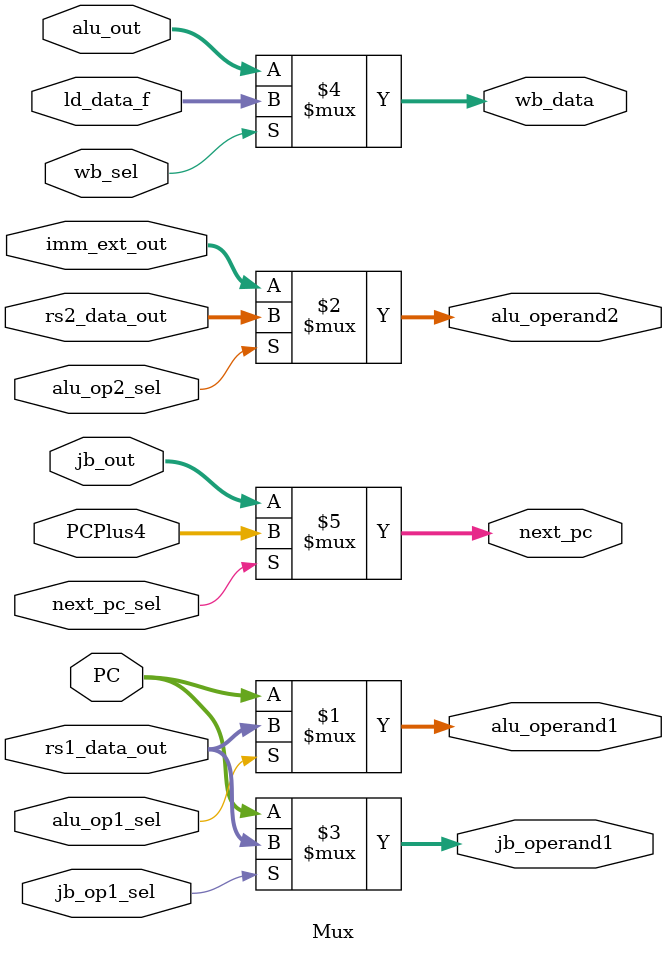
<source format=v>
module Mux (
    input [31:0] rs1_data_out,
    input [31:0] PC,
    input alu_op1_sel,
    input jb_op1_sel,

    input [31:0] rs2_data_out,
    input [31:0] imm_ext_out,
    input alu_op2_sel,

    input [31:0] ld_data_f,
    input [31:0] alu_out,
    input wb_sel,

    input [31:0] PCPlus4,
    input [31:0] jb_out,
    input next_pc_sel,

    output [31:0] alu_operand1,
    output [31:0] alu_operand2,
    output [31:0] jb_operand1,
    output [31:0] wb_data,
    output [31:0] next_pc
);

assign alu_operand1 = (alu_op1_sel) ? rs1_data_out : PC;
assign alu_operand2 = (alu_op2_sel) ? rs2_data_out : imm_ext_out;
assign jb_operand1 = (jb_op1_sel) ? rs1_data_out : PC;
assign wb_data = (wb_sel) ? ld_data_f : alu_out;
assign next_pc = (next_pc_sel) ? PCPlus4 : jb_out;

endmodule
</source>
